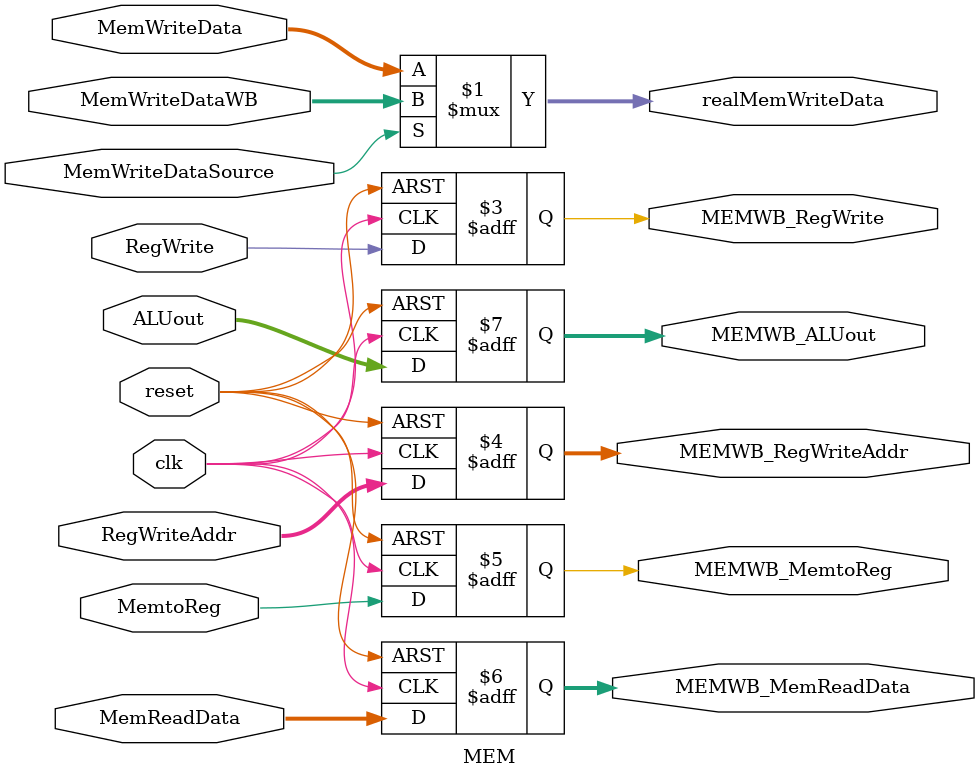
<source format=v>
`timescale 1ns / 1ps
module MEM(
    input wire clk,
    input wire reset,
    input wire [31:0]ALUout,
    input wire RegWrite,
    input wire [4:0]RegWriteAddr,
    input wire MemtoReg,
    input wire MemWriteDataSource, //0:²»×ª·¢ 1:´ÓWB×ª·¢
    //input wire MemWrite, //Ö±½Ó·¢¸øDataMem
    //input wire MemRead, //Ö±½Ó·¢¸øDataMem
    input wire [31:0]MemWriteData, //´ÓEX/MEMµÃµ½
    input wire [31:0]MemWriteDataWB, //´ÓWB×ª·¢µÄ
    input wire [31:0]MemReadData, //´ÓÍâ²¿DataMemµÃµ½
    //input wire [4:0]rt, //Èô´ËrtÓë×ª·¢À´Ô´µÄregÒ»Ñù£¬¿¼ÂÇ×ª·¢
    output wire [31:0]realMemWriteData, //°ÑÕâ¸öËÍ¸øDataMem
    //ÒÔÏÂÎªMEM/WB¼Ä´æÆ÷
    output reg MEMWB_RegWrite,
    output reg [4:0]MEMWB_RegWriteAddr,
    output reg MEMWB_MemtoReg,
    output reg [31:0]MEMWB_MemReadData,
    output reg [31:0]MEMWB_ALUout
    );
    
    //DataMem datamem(clk,reset,ALUout,MemWriteData,MemRead,MemWrite,MemReadData,)
    assign realMemWriteData = MemWriteDataSource ? MemWriteDataWB : MemWriteData;
    
    always @(posedge reset or posedge clk) begin
        if(reset) begin
            MEMWB_RegWrite <= 1'b0;
            MEMWB_RegWriteAddr <= 5'd0;
            MEMWB_MemtoReg <= 1'b0;
            MEMWB_MemReadData <= 32'h0;
            MEMWB_ALUout <= 32'h0;
        end
        else begin
            MEMWB_RegWrite <= RegWrite;
            MEMWB_RegWriteAddr <= RegWriteAddr;
            MEMWB_MemtoReg <= MemtoReg;
            MEMWB_MemReadData <= MemReadData;
            MEMWB_ALUout <= ALUout;
        end
    end
endmodule
</source>
